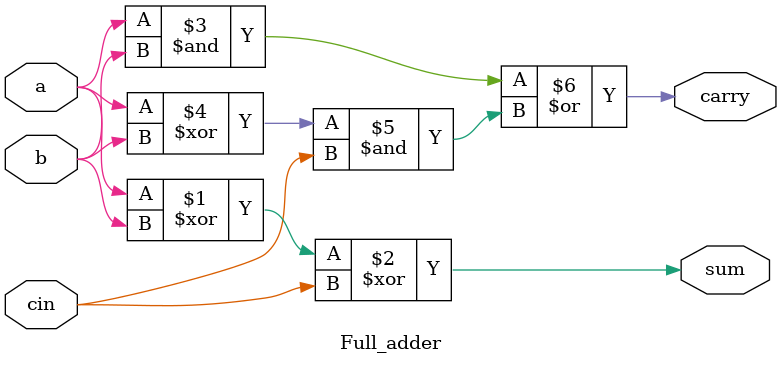
<source format=v>
module Full_adder (
    input a,b,cin,
    output sum,carry
);

assign sum = a^b^cin;
assign carry = ((a&b)|((a^b)&cin));

endmodule //Full_adder
</source>
